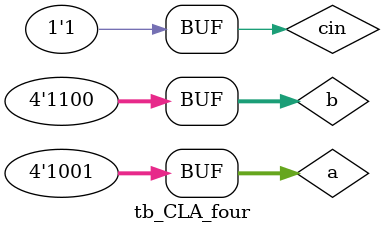
<source format=v>
`timescale 1ns/10ps

module tb_CLA_four;
	reg [3:0] a, b;
	reg cin;
	wire [3:0] s;
	wire cout;

	CLA_four tb(a, b, cin, s, cout);

	initial
		begin
			$dumpfile("test_CLA_out.vcd");
			$dumpvars(-1, tb);
			$monitor("%b", s);
		end

	initial
		begin
			cin = 0;
			a = 4'b0000;	b = 4'b0000;	#10;
			a = 4'b0110;	b = 4'b0010;	#10;
			a = 4'b1100;	b = 4'b0010;	#10;
			a = 4'b0011;	b = 4'b1001;	#10;
			a = 4'b0110;	b = 4'b1111;	#10;
			a = 4'b0011;	b = 4'b1011;	#10;
			a = 4'b1001;	b = 4'b1100;	#10;
			cin = 1;
			a = 4'b0000;	b = 4'b0000;	#10;
			a = 4'b0110;	b = 4'b0010;	#10;
			a = 4'b1100;	b = 4'b0010;	#10;
			a = 4'b0011;	b = 4'b1001;	#10;
			a = 4'b0110;	b = 4'b1111;	#10;
			a = 4'b0011;	b = 4'b1011;	#10;
			a = 4'b1001;	b = 4'b1100;	#10;
		end

endmodule
</source>
